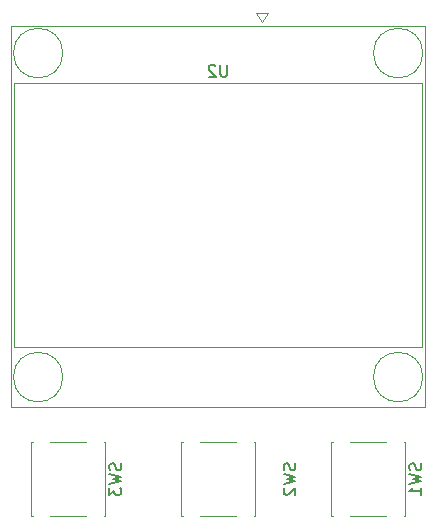
<source format=gbr>
%TF.GenerationSoftware,KiCad,Pcbnew,9.0.3*%
%TF.CreationDate,2025-07-16T11:43:19+02:00*%
%TF.ProjectId,ElbAltm1,456c6241-6c74-46d3-912e-6b696361645f,1.0*%
%TF.SameCoordinates,Original*%
%TF.FileFunction,Legend,Bot*%
%TF.FilePolarity,Positive*%
%FSLAX46Y46*%
G04 Gerber Fmt 4.6, Leading zero omitted, Abs format (unit mm)*
G04 Created by KiCad (PCBNEW 9.0.3) date 2025-07-16 11:43:19*
%MOMM*%
%LPD*%
G01*
G04 APERTURE LIST*
%ADD10C,0.150000*%
%ADD11C,0.120000*%
G04 APERTURE END LIST*
D10*
X156363200Y-115506667D02*
X156410819Y-115649524D01*
X156410819Y-115649524D02*
X156410819Y-115887619D01*
X156410819Y-115887619D02*
X156363200Y-115982857D01*
X156363200Y-115982857D02*
X156315580Y-116030476D01*
X156315580Y-116030476D02*
X156220342Y-116078095D01*
X156220342Y-116078095D02*
X156125104Y-116078095D01*
X156125104Y-116078095D02*
X156029866Y-116030476D01*
X156029866Y-116030476D02*
X155982247Y-115982857D01*
X155982247Y-115982857D02*
X155934628Y-115887619D01*
X155934628Y-115887619D02*
X155887009Y-115697143D01*
X155887009Y-115697143D02*
X155839390Y-115601905D01*
X155839390Y-115601905D02*
X155791771Y-115554286D01*
X155791771Y-115554286D02*
X155696533Y-115506667D01*
X155696533Y-115506667D02*
X155601295Y-115506667D01*
X155601295Y-115506667D02*
X155506057Y-115554286D01*
X155506057Y-115554286D02*
X155458438Y-115601905D01*
X155458438Y-115601905D02*
X155410819Y-115697143D01*
X155410819Y-115697143D02*
X155410819Y-115935238D01*
X155410819Y-115935238D02*
X155458438Y-116078095D01*
X155410819Y-116411429D02*
X156410819Y-116649524D01*
X156410819Y-116649524D02*
X155696533Y-116840000D01*
X155696533Y-116840000D02*
X156410819Y-117030476D01*
X156410819Y-117030476D02*
X155410819Y-117268572D01*
X155506057Y-117601905D02*
X155458438Y-117649524D01*
X155458438Y-117649524D02*
X155410819Y-117744762D01*
X155410819Y-117744762D02*
X155410819Y-117982857D01*
X155410819Y-117982857D02*
X155458438Y-118078095D01*
X155458438Y-118078095D02*
X155506057Y-118125714D01*
X155506057Y-118125714D02*
X155601295Y-118173333D01*
X155601295Y-118173333D02*
X155696533Y-118173333D01*
X155696533Y-118173333D02*
X155839390Y-118125714D01*
X155839390Y-118125714D02*
X156410819Y-117554286D01*
X156410819Y-117554286D02*
X156410819Y-118173333D01*
X150621904Y-81760819D02*
X150621904Y-82570342D01*
X150621904Y-82570342D02*
X150574285Y-82665580D01*
X150574285Y-82665580D02*
X150526666Y-82713200D01*
X150526666Y-82713200D02*
X150431428Y-82760819D01*
X150431428Y-82760819D02*
X150240952Y-82760819D01*
X150240952Y-82760819D02*
X150145714Y-82713200D01*
X150145714Y-82713200D02*
X150098095Y-82665580D01*
X150098095Y-82665580D02*
X150050476Y-82570342D01*
X150050476Y-82570342D02*
X150050476Y-81760819D01*
X149621904Y-81856057D02*
X149574285Y-81808438D01*
X149574285Y-81808438D02*
X149479047Y-81760819D01*
X149479047Y-81760819D02*
X149240952Y-81760819D01*
X149240952Y-81760819D02*
X149145714Y-81808438D01*
X149145714Y-81808438D02*
X149098095Y-81856057D01*
X149098095Y-81856057D02*
X149050476Y-81951295D01*
X149050476Y-81951295D02*
X149050476Y-82046533D01*
X149050476Y-82046533D02*
X149098095Y-82189390D01*
X149098095Y-82189390D02*
X149669523Y-82760819D01*
X149669523Y-82760819D02*
X149050476Y-82760819D01*
X141617200Y-115506667D02*
X141664819Y-115649524D01*
X141664819Y-115649524D02*
X141664819Y-115887619D01*
X141664819Y-115887619D02*
X141617200Y-115982857D01*
X141617200Y-115982857D02*
X141569580Y-116030476D01*
X141569580Y-116030476D02*
X141474342Y-116078095D01*
X141474342Y-116078095D02*
X141379104Y-116078095D01*
X141379104Y-116078095D02*
X141283866Y-116030476D01*
X141283866Y-116030476D02*
X141236247Y-115982857D01*
X141236247Y-115982857D02*
X141188628Y-115887619D01*
X141188628Y-115887619D02*
X141141009Y-115697143D01*
X141141009Y-115697143D02*
X141093390Y-115601905D01*
X141093390Y-115601905D02*
X141045771Y-115554286D01*
X141045771Y-115554286D02*
X140950533Y-115506667D01*
X140950533Y-115506667D02*
X140855295Y-115506667D01*
X140855295Y-115506667D02*
X140760057Y-115554286D01*
X140760057Y-115554286D02*
X140712438Y-115601905D01*
X140712438Y-115601905D02*
X140664819Y-115697143D01*
X140664819Y-115697143D02*
X140664819Y-115935238D01*
X140664819Y-115935238D02*
X140712438Y-116078095D01*
X140664819Y-116411429D02*
X141664819Y-116649524D01*
X141664819Y-116649524D02*
X140950533Y-116840000D01*
X140950533Y-116840000D02*
X141664819Y-117030476D01*
X141664819Y-117030476D02*
X140664819Y-117268572D01*
X140664819Y-117554286D02*
X140664819Y-118173333D01*
X140664819Y-118173333D02*
X141045771Y-117840000D01*
X141045771Y-117840000D02*
X141045771Y-117982857D01*
X141045771Y-117982857D02*
X141093390Y-118078095D01*
X141093390Y-118078095D02*
X141141009Y-118125714D01*
X141141009Y-118125714D02*
X141236247Y-118173333D01*
X141236247Y-118173333D02*
X141474342Y-118173333D01*
X141474342Y-118173333D02*
X141569580Y-118125714D01*
X141569580Y-118125714D02*
X141617200Y-118078095D01*
X141617200Y-118078095D02*
X141664819Y-117982857D01*
X141664819Y-117982857D02*
X141664819Y-117697143D01*
X141664819Y-117697143D02*
X141617200Y-117601905D01*
X141617200Y-117601905D02*
X141569580Y-117554286D01*
X167017200Y-115506667D02*
X167064819Y-115649524D01*
X167064819Y-115649524D02*
X167064819Y-115887619D01*
X167064819Y-115887619D02*
X167017200Y-115982857D01*
X167017200Y-115982857D02*
X166969580Y-116030476D01*
X166969580Y-116030476D02*
X166874342Y-116078095D01*
X166874342Y-116078095D02*
X166779104Y-116078095D01*
X166779104Y-116078095D02*
X166683866Y-116030476D01*
X166683866Y-116030476D02*
X166636247Y-115982857D01*
X166636247Y-115982857D02*
X166588628Y-115887619D01*
X166588628Y-115887619D02*
X166541009Y-115697143D01*
X166541009Y-115697143D02*
X166493390Y-115601905D01*
X166493390Y-115601905D02*
X166445771Y-115554286D01*
X166445771Y-115554286D02*
X166350533Y-115506667D01*
X166350533Y-115506667D02*
X166255295Y-115506667D01*
X166255295Y-115506667D02*
X166160057Y-115554286D01*
X166160057Y-115554286D02*
X166112438Y-115601905D01*
X166112438Y-115601905D02*
X166064819Y-115697143D01*
X166064819Y-115697143D02*
X166064819Y-115935238D01*
X166064819Y-115935238D02*
X166112438Y-116078095D01*
X166064819Y-116411429D02*
X167064819Y-116649524D01*
X167064819Y-116649524D02*
X166350533Y-116840000D01*
X166350533Y-116840000D02*
X167064819Y-117030476D01*
X167064819Y-117030476D02*
X166064819Y-117268572D01*
X167064819Y-118173333D02*
X167064819Y-117601905D01*
X167064819Y-117887619D02*
X166064819Y-117887619D01*
X166064819Y-117887619D02*
X166207676Y-117792381D01*
X166207676Y-117792381D02*
X166302914Y-117697143D01*
X166302914Y-117697143D02*
X166350533Y-117601905D01*
D11*
%TO.C,SW2*%
X146760000Y-113740000D02*
X146860000Y-113740000D01*
X146760000Y-119940000D02*
X146760000Y-113740000D01*
X146760000Y-119940000D02*
X146860000Y-119940000D01*
X151360000Y-113740000D02*
X148360000Y-113740000D01*
X151360000Y-119940000D02*
X148360000Y-119940000D01*
X152860000Y-113740000D02*
X152960000Y-113740000D01*
X152960000Y-119940000D02*
X152860000Y-119940000D01*
X152960000Y-119940000D02*
X152960000Y-113740000D01*
%TO.C,U2*%
X132334000Y-78486000D02*
X132334000Y-110744000D01*
X132334000Y-110744000D02*
X167386000Y-110744000D01*
X153098000Y-77375000D02*
X154114000Y-77375000D01*
X153606000Y-78137000D02*
X153098000Y-77375000D01*
X154114000Y-77375000D02*
X153606000Y-78137000D01*
X167386000Y-78486000D02*
X132334000Y-78486000D01*
X167386000Y-78486000D02*
X167386000Y-110744000D01*
X167132000Y-83312000D02*
X132588000Y-83312000D01*
X132588000Y-105664000D01*
X167132000Y-105664000D01*
X167132000Y-83312000D01*
X136714538Y-80772000D02*
G75*
G02*
X132525462Y-80772000I-2094538J0D01*
G01*
X132525462Y-80772000D02*
G75*
G02*
X136714538Y-80772000I2094538J0D01*
G01*
X136714538Y-108204000D02*
G75*
G02*
X132525462Y-108204000I-2094538J0D01*
G01*
X132525462Y-108204000D02*
G75*
G02*
X136714538Y-108204000I2094538J0D01*
G01*
X167194538Y-80772000D02*
G75*
G02*
X163005462Y-80772000I-2094538J0D01*
G01*
X163005462Y-80772000D02*
G75*
G02*
X167194538Y-80772000I2094538J0D01*
G01*
X167194538Y-108204000D02*
G75*
G02*
X163005462Y-108204000I-2094538J0D01*
G01*
X163005462Y-108204000D02*
G75*
G02*
X167194538Y-108204000I2094538J0D01*
G01*
%TO.C,SW3*%
X134060000Y-113740000D02*
X134160000Y-113740000D01*
X134060000Y-119940000D02*
X134060000Y-113740000D01*
X134060000Y-119940000D02*
X134160000Y-119940000D01*
X138660000Y-113740000D02*
X135660000Y-113740000D01*
X138660000Y-119940000D02*
X135660000Y-119940000D01*
X140160000Y-113740000D02*
X140260000Y-113740000D01*
X140260000Y-119940000D02*
X140160000Y-119940000D01*
X140260000Y-119940000D02*
X140260000Y-113740000D01*
%TO.C,SW1*%
X159460000Y-113740000D02*
X159560000Y-113740000D01*
X159460000Y-119940000D02*
X159460000Y-113740000D01*
X159460000Y-119940000D02*
X159560000Y-119940000D01*
X164060000Y-113740000D02*
X161060000Y-113740000D01*
X164060000Y-119940000D02*
X161060000Y-119940000D01*
X165560000Y-113740000D02*
X165660000Y-113740000D01*
X165660000Y-119940000D02*
X165560000Y-119940000D01*
X165660000Y-119940000D02*
X165660000Y-113740000D01*
%TD*%
M02*

</source>
